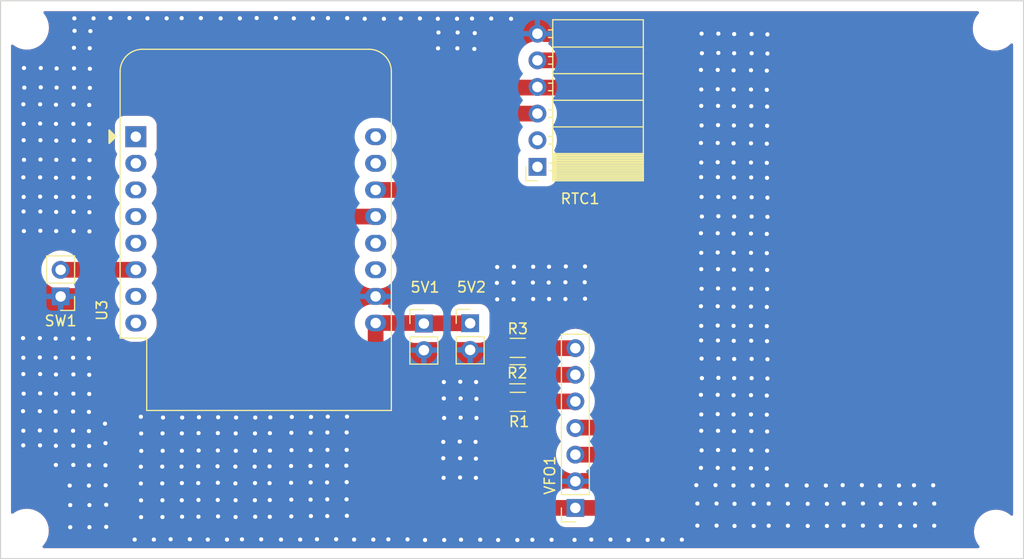
<source format=kicad_pcb>
(kicad_pcb (version 20211014) (generator pcbnew)
  (layers (0 "F.Cu" signal) (31 "B.Cu" signal) (34 "B.Paste" user) (35 "F.Paste" user) (36 "B.SilkS" user "B.Silkscreen") (37 "F.SilkS" user "F.Silkscreen") (38 "B.Mask" user) (39 "F.Mask" user) (44 "Edge.Cuts" user))
  (net 0 "")
  (net 3 "+3V3")
  (net 4 "GND")
  (net 5 "Net-(SW1-Pad2)")
  (net 16 "Net-(R1-Pad2)")
  (net 17 "Net-(R2-Pad2)")
  (net 18 "Net-(R3-Pad2)")
  (net 19 "Net-(RTC1-Pad3)")
  (net 20 "Net-(RTC1-Pad4)")
  (net 21 "+5V")
  (footprint "Connector_PinSocket_2.54mm:PinSocket_1x07_P2.54mm_Vertical" (layer "F.Cu") (at 82.74 68.55 180)
    (fp_text reference "VFO1" (at 2.43 3.12 90) (layer "F.SilkS"))
    (fp_text value "SI5351-Module-VFO" hide)
    (pad "1" thru_hole rect locked (at 0 0 180) (size 1.7 1.7) (drill 1) (layers *.Cu *.Mask) (net 21 "+5V"))
    (pad "2" thru_hole oval locked (at 0 2.54 180) (size 1.7 1.7) (drill 1) (layers *.Cu *.Mask) (net 4 "GND"))
    (pad "3" thru_hole oval locked (at 0 5.08 180) (size 1.7 1.7) (drill 1) (layers *.Cu *.Mask) (net 20 "Net-(RTC1-Pad4)"))
    (pad "4" thru_hole oval locked (at 0 7.62 180) (size 1.7 1.7) (drill 1) (layers *.Cu *.Mask) (net 19 "Net-(RTC1-Pad3)"))
    (pad "5" thru_hole oval locked (at 0 10.16 180) (size 1.7 1.7) (drill 1) (layers *.Cu *.Mask) (net 16 "Net-(R1-Pad2)"))
    (pad "6" thru_hole oval locked (at 0 12.7 180) (size 1.7 1.7) (drill 1) (layers *.Cu *.Mask) (net 17 "Net-(R2-Pad2)"))
    (pad "7" thru_hole oval locked (at 0 15.24 180) (size 1.7 1.7) (drill 1) (layers *.Cu *.Mask) (net 18 "Net-(R3-Pad2)"))
  )
  (footprint "Module:WEMOS_D1_mini_light" (layer "F.Cu") (at 40.84086 33.132101)
    (fp_text reference "U3" (at -3.23086 16.567899 90) (layer "F.SilkS"))
    (fp_text value "WeMos_D1_mini")
    (pad "1" thru_hole rect (at 0 0) (size 2 2) (drill 1) (layers *.Cu *.Mask))
    (pad "2" thru_hole oval (at 0 2.54) (size 2 1.6) (drill 1) (layers *.Cu *.Mask))
    (pad "3" thru_hole oval (at 0 5.08) (size 2 1.6) (drill 1) (layers *.Cu *.Mask))
    (pad "4" thru_hole oval (at 0 7.62) (size 2 1.6) (drill 1) (layers *.Cu *.Mask))
    (pad "5" thru_hole oval (at 0 10.16) (size 2 1.6) (drill 1) (layers *.Cu *.Mask))
    (pad "6" thru_hole oval (at 0 12.7) (size 2 1.6) (drill 1) (layers *.Cu *.Mask) (net 5 "Net-(SW1-Pad2)"))
    (pad "7" thru_hole oval (at 0 15.24) (size 2 1.6) (drill 1) (layers *.Cu *.Mask))
    (pad "8" thru_hole oval (at 0 17.78) (size 2 1.6) (drill 1) (layers *.Cu *.Mask) (net 3 "+3V3"))
    (pad "9" thru_hole oval (at 22.86 17.78) (size 2 1.6) (drill 1) (layers *.Cu *.Mask) (net 21 "+5V"))
    (pad "10" thru_hole oval (at 22.86 15.24) (size 2 1.6) (drill 1) (layers *.Cu *.Mask) (net 4 "GND"))
    (pad "11" thru_hole oval (at 22.86 12.7) (size 2 1.6) (drill 1) (layers *.Cu *.Mask))
    (pad "12" thru_hole oval (at 22.86 10.16) (size 2 1.6) (drill 1) (layers *.Cu *.Mask))
    (pad "13" thru_hole oval (at 22.86 7.62) (size 2 1.6) (drill 1) (layers *.Cu *.Mask) (net 20 "Net-(RTC1-Pad4)"))
    (pad "14" thru_hole oval (at 22.86 5.08) (size 2 1.6) (drill 1) (layers *.Cu *.Mask) (net 19 "Net-(RTC1-Pad3)"))
    (pad "15" thru_hole oval (at 22.86 2.54) (size 2 1.6) (drill 1) (layers *.Cu *.Mask))
    (pad "16" thru_hole oval (at 22.86 0) (size 2 1.6) (drill 1) (layers *.Cu *.Mask))
  )
  (footprint "Connector_PinHeader_2.54mm:PinHeader_1x02_P2.54mm_Vertical" (layer "F.Cu") (at 72.71 50.935)
    (fp_text reference "5V2" (at 0.1248 -3.44822) (layer "F.SilkS"))
    (fp_text value "5V" hide)
    (pad "1" thru_hole rect locked (at 0 0) (size 1.7 1.7) (drill 1) (layers *.Cu *.Mask) (net 21 "+5V"))
    (pad "2" thru_hole oval locked (at 0 2.54) (size 1.7 1.7) (drill 1) (layers *.Cu *.Mask) (net 4 "GND"))
  )
  (footprint "Connector_PinSocket_2.54mm:PinSocket_1x06_P2.54mm_Horizontal" (layer "F.Cu") (at 79.126 36.008019 180)
    (fp_text reference "RTC1" (at -4.064 -3.048) (layer "F.SilkS"))
    (fp_text value "RTC_DS3231_Inverted" hide)
    (pad "1" thru_hole rect locked (at 0 0 180) (size 1.7 1.7) (drill 1) (layers *.Cu *.Mask))
    (pad "2" thru_hole oval locked (at 0 2.54 180) (size 1.7 1.7) (drill 1) (layers *.Cu *.Mask))
    (pad "3" thru_hole oval locked (at 0 5.08 180) (size 1.7 1.7) (drill 1) (layers *.Cu *.Mask) (net 19 "Net-(RTC1-Pad3)"))
    (pad "4" thru_hole oval locked (at 0 7.62 180) (size 1.7 1.7) (drill 1) (layers *.Cu *.Mask) (net 20 "Net-(RTC1-Pad4)"))
    (pad "5" thru_hole oval locked (at 0 10.16 180) (size 1.7 1.7) (drill 1) (layers *.Cu *.Mask) (net 21 "+5V"))
    (pad "6" thru_hole oval locked (at 0 12.7 180) (size 1.7 1.7) (drill 1) (layers *.Cu *.Mask) (net 4 "GND"))
  )
  (footprint "Connector_PinHeader_2.54mm:PinHeader_1x02_P2.54mm_Vertical" (layer "F.Cu") (at 33.674 48.374981 180)
    (fp_text reference "SW1" (at 0 -2.33) (layer "F.SilkS"))
    (fp_text value "SW_SPST")
    (pad "1" thru_hole rect locked (at 0 0 180) (size 1.7 1.7) (drill 1) (layers *.Cu *.Mask) (net 4 "GND"))
    (pad "2" thru_hole oval locked (at 0 2.54 180) (size 1.7 1.7) (drill 1) (layers *.Cu *.Mask) (net 5 "Net-(SW1-Pad2)"))
  )
  (footprint "Connector_PinHeader_2.54mm:PinHeader_1x02_P2.54mm_Vertical" (layer "F.Cu") (at 68.298 50.957901)
    (fp_text reference "5V1" (at 0.1121 -3.46092 180) (layer "F.SilkS"))
    (fp_text value "5V" hide)
    (pad "1" thru_hole rect locked (at 0 0) (size 1.7 1.7) (drill 1) (layers *.Cu *.Mask) (net 21 "+5V"))
    (pad "2" thru_hole oval locked (at 0 2.54) (size 1.7 1.7) (drill 1) (layers *.Cu *.Mask) (net 4 "GND"))
  )
  (footprint "MountingHole:MountingHole_2.2mm_M2" (layer "F.Cu") (at 122.72 22.82)
    (fp_text reference "H2" hide)
    (fp_text value "MountingHole" hide)
    (pad "" np_thru_hole circle (at 0 0) (size 2.2 2.2) (drill 2.2) (layers *.Cu *.Mask))
  )
  (footprint "MountingHole:MountingHole_2.2mm_M2" (layer "F.Cu") (at 30.45 70.73)
    (fp_text reference "H3" hide)
    (fp_text value "MountingHole" hide)
    (pad "" np_thru_hole circle (at 0 0) (size 2.2 2.2) (drill 2.2) (layers *.Cu *.Mask))
  )
  (footprint "Resistor_SMD:R_1206_3216Metric_Pad1.30x1.75mm_HandSolder" (layer "F.Cu") (at 77.22 55.8)
    (fp_text reference "R2" (at -0.01 -0.12) (layer "F.SilkS"))
    (fp_text value "2.2k" hide)
    (pad "1" smd roundrect (at -1.55 0) (size 1.3 1.75) (layers "F.Cu" "F.Paste" "F.Mask") (roundrect_rratio 0.1923076923) (net 4 "GND"))
    (pad "2" smd roundrect (at 1.55 0) (size 1.3 1.75) (layers "F.Cu" "F.Paste" "F.Mask") (roundrect_rratio 0.1923076923) (net 17 "Net-(R2-Pad2)"))
  )
  (footprint "Resistor_SMD:R_1206_3216Metric_Pad1.30x1.75mm_HandSolder" (layer "F.Cu") (at 77.26 58.43)
    (fp_text reference "R1" (at 0.12 1.9) (layer "F.SilkS"))
    (fp_text value "2.2k" hide)
    (pad "1" smd roundrect (at -1.55 0) (size 1.3 1.75) (layers "F.Cu" "F.Paste" "F.Mask") (roundrect_rratio 0.1923076923) (net 4 "GND"))
    (pad "2" smd roundrect (at 1.55 0) (size 1.3 1.75) (layers "F.Cu" "F.Paste" "F.Mask") (roundrect_rratio 0.1923076923) (net 16 "Net-(R1-Pad2)"))
  )
  (footprint "Resistor_SMD:R_1206_3216Metric_Pad1.30x1.75mm_HandSolder" (layer "F.Cu") (at 77.25 53.28)
    (fp_text reference "R3" (at 0 -1.82) (layer "F.SilkS"))
    (fp_text value "2.2k" hide)
    (pad "1" smd roundrect (at -1.55 0) (size 1.3 1.75) (layers "F.Cu" "F.Paste" "F.Mask") (roundrect_rratio 0.1923076923) (net 4 "GND"))
    (pad "2" smd roundrect (at 1.55 0) (size 1.3 1.75) (layers "F.Cu" "F.Paste" "F.Mask") (roundrect_rratio 0.1923076923) (net 18 "Net-(R3-Pad2)"))
  )
  (footprint "MountingHole:MountingHole_2.2mm_M2" (layer "F.Cu") (at 30.46 22.73)
    (fp_text reference "H1" hide)
    (fp_text value "MountingHole" hide)
    (pad "" np_thru_hole circle (at 0 0) (size 2.2 2.2) (drill 2.2) (layers *.Cu *.Mask))
  )
  (footprint "MountingHole:MountingHole_2.2mm_M2" (layer "F.Cu") (at 122.84 70.82)
    (fp_text reference "H4" hide)
    (fp_text value "MountingHole" hide)
    (pad "" np_thru_hole circle (at 0 0) (size 2.2 2.2) (drill 2.2) (layers *.Cu *.Mask))
  )
  (gr_rect (start 27.944 20.164981) (end 125.464 73.384981) (layer "Edge.Cuts") (width 0.1) (fill none))
  (segment (start 72.71 53.475) (end 68.320901 53.475) (width 1.5) (layer "F.Cu") (net 4))
  (via (at 96.31 51.15) (size 0.8) (drill 0.4) (layers "F.Cu" "B.Cu") (net 4))
  (via (at 73.23 62.25) (size 0.8) (drill 0.4) (layers "F.Cu" "B.Cu") (net 4))
  (via (at 46.79 64.58) (size 0.8) (drill 0.4) (layers "F.Cu" "B.Cu") (net 4))
  (via (at 50.4 59.93) (size 0.8) (drill 0.4) (layers "F.Cu" "B.Cu") (net 4))
  (via (at 34.94 24.65) (size 0.8) (drill 0.4) (layers "F.Cu" "B.Cu") (net 4))
  (via (at 31.71 62.58) (size 0.8) (drill 0.4) (layers "F.Cu" "B.Cu") (net 4))
  (via (at 97.82 35.6) (size 0.8) (drill 0.4) (layers "F.Cu" "B.Cu") (net 4))
  (via (at 45.22 67.82) (size 0.8) (drill 0.4) (layers "F.Cu" "B.Cu") (net 4))
  (via (at 55.67 61.38) (size 0.8) (drill 0.4) (layers "F.Cu" "B.Cu") (net 4))
  (via (at 99.48 42.37) (size 0.8) (drill 0.4) (layers "F.Cu" "B.Cu") (net 4))
  (via (at 101.05 38.95) (size 0.8) (drill 0.4) (layers "F.Cu" "B.Cu") (net 4))
  (via (at 101.01 52.64) (size 0.8) (drill 0.4) (layers "F.Cu" "B.Cu") (net 4))
  (via (at 75.29 45.57) (size 0.8) (drill 0.4) (layers "F.Cu" "B.Cu") (net 4))
  (via (at 94.74 30.19) (size 0.8) (drill 0.4) (layers "F.Cu" "B.Cu") (net 4))
  (via (at 43.36 64.61) (size 0.8) (drill 0.4) (layers "F.Cu" "B.Cu") (net 4))
  (via (at 30.12 30.04) (size 0.8) (drill 0.4) (layers "F.Cu" "B.Cu") (net 4))
  (via (at 99.51 63.06) (size 0.8) (drill 0.4) (layers "F.Cu" "B.Cu") (net 4))
  (via (at 31.75 35.31) (size 0.8) (drill 0.4) (layers "F.Cu" "B.Cu") (net 4))
  (via (at 94.74 28.63) (size 0.8) (drill 0.4) (layers "F.Cu" "B.Cu") (net 4))
  (via (at 30.11 62.58) (size 0.8) (drill 0.4) (layers "F.Cu" "B.Cu") (net 4))
  (via (at 59.16 21.82) (size 0.8) (drill 0.4) (layers "F.Cu" "B.Cu") (net 4))
  (via (at 97.84 37.03) (size 0.8) (drill 0.4) (layers "F.Cu" "B.Cu") (net 4))
  (via (at 64.49 21.88) (size 0.8) (drill 0.4) (layers "F.Cu" "B.Cu") (net 4))
  (via (at 96.34 30.19) (size 0.8) (drill 0.4) (layers "F.Cu" "B.Cu") (net 4))
  (via (at 34.92 33.5) (size 0.8) (drill 0.4) (layers "F.Cu" "B.Cu") (net 4))
  (via (at 30.15 31.91) (size 0.8) (drill 0.4) (layers "F.Cu" "B.Cu") (net 4))
  (via (at 36.37 66.42) (size 0.8) (drill 0.4) (layers "F.Cu" "B.Cu") (net 4))
  (via (at 78.69 47.05) (size 0.8) (drill 0.4) (layers "F.Cu" "B.Cu") (net 4))
  (via (at 73.67 71.58) (size 0.8) (drill 0.4) (layers "F.Cu" "B.Cu") (net 4))
  (via (at 76.89 45.54) (size 0.8) (drill 0.4) (layers "F.Cu" "B.Cu") (net 4))
  (via (at 69.63 21.88) (size 0.8) (drill 0.4) (layers "F.Cu" "B.Cu") (net 4))
  (via (at 97.82 49.35) (size 0.8) (drill 0.4) (layers "F.Cu" "B.Cu") (net 4))
  (via (at 36.39 62.65) (size 0.8) (drill 0.4) (layers "F.Cu" "B.Cu") (net 4))
  (via (at 36.51 23.06) (size 0.8) (drill 0.4) (layers "F.Cu" "B.Cu") (net 4))
  (via (at 76.61 21.88) (size 0.8) (drill 0.4) (layers "F.Cu" "B.Cu") (net 4))
  (via (at 96.33 36.99) (size 0.8) (drill 0.4) (layers "F.Cu" "B.Cu") (net 4))
  (via (at 108.32 68.13) (size 0.8) (drill 0.4) (layers "F.Cu" "B.Cu") (net 4))
  (via (at 100.99 35.63) (size 0.8) (drill 0.4) (layers "F.Cu" "B.Cu") (net 4))
  (via (at 101.02 30.26) (size 0.8) (drill 0.4) (layers "F.Cu" "B.Cu") (net 4))
  (via (at 36.42 40.34) (size 0.8) (drill 0.4) (layers "F.Cu" "B.Cu") (net 4))
  (via (at 99.48 44.21) (size 0.8) (drill 0.4) (layers "F.Cu" "B.Cu") (net 4))
  (via (at 34.86 61.19) (size 0.8) (drill 0.4) (layers "F.Cu" "B.Cu") (net 4))
  (via (at 48.66 61.41) (size 0.8) (drill 0.4) (layers "F.Cu" "B.Cu") (net 4))
  (via (at 71.8 59.94) (size 0.8) (drill 0.4) (layers "F.Cu" "B.Cu") (net 4))
  (via (at 101.05 25.2) (size 0.8) (drill 0.4) (layers "F.Cu" "B.Cu") (net 4))
  (via (at 57.54 59.87) (size 0.8) (drill 0.4) (layers "F.Cu" "B.Cu") (net 4))
  (via (at 97.85 30.23) (size 0.8) (drill 0.4) (layers "F.Cu" "B.Cu") (net 4))
  (via (at 30.12 61.19) (size 0.8) (drill 0.4) (layers "F.Cu" "B.Cu") (net 4))
  (via (at 57.51 61.38) (size 0.8) (drill 0.4) (layers "F.Cu" "B.Cu") (net 4))
  (via (at 30.09 52.35) (size 0.8) (drill 0.4) (layers "F.Cu" "B.Cu") (net 4))
  (via (at 94.71 26.76) (size 0.8) (drill 0.4) (layers "F.Cu" "B.Cu") (net 4))
  (via (at 99.54 40.75) (size 0.8) (drill 0.4) (layers "F.Cu" "B.Cu") (net 4))
  (via (at 71.84 71.58) (size 0.8) (drill 0.4) (layers "F.Cu" "B.Cu") (net 4))
  (via (at 60.93 67.73) (size 0.8) (drill 0.4) (layers "F.Cu" "B.Cu") (net 4))
  (via (at 97.82 33.77) (size 0.8) (drill 0.4) (layers "F.Cu" "B.Cu") (net 4))
  (via (at 96.34 47.61) (size 0.8) (drill 0.4) (layers "F.Cu" "B.Cu") (net 4))
  (via (at 62.66 21.88) (size 0.8) (drill 0.4) (layers "F.Cu" "B.Cu") (net 4))
  (via (at 97.88 56.17) (size 0.8) (drill 0.4) (layers "F.Cu" "B.Cu") (net 4))
  (via (at 43.38 67.82) (size 0.8) (drill 0.4) (layers "F.Cu" "B.Cu") (net 4))
  (via (at 52.17 64.61) (size 0.8) (drill 0.4) (layers "F.Cu" "B.Cu") (net 4))
  (via (at 50.33 64.61) (size 0.8) (drill 0.4) (layers "F.Cu" "B.Cu") (net 4))
  (via (at 49.53 71.57) (size 0.8) (drill 0.4) (layers "F.Cu" "B.Cu") (net 4))
  (via (at 96.31 35.57) (size 0.8) (drill 0.4) (layers "F.Cu" "B.Cu") (net 4))
  (via (at 38.02 68.25) (size 0.8) (drill 0.4) (layers "F.Cu" "B.Cu") (net 4))
  (via (at 108.22 66.38) (size 0.8) (drill 0.4) (layers "F.Cu" "B.Cu") (net 4))
  (via (at 94.74 45.77) (size 0.8) (drill 0.4) (layers "F.Cu" "B.Cu") (net 4))
  (via (at 97.82 64.77) (size 0.8) (drill 0.4) (layers "F.Cu" "B.Cu") (net 4))
  (via (at 59.14 59.84) (size 0.8) (drill 0.4) (layers "F.Cu" "B.Cu") (net 4))
  (via (at 96.1 66.38) (size 0.8) (drill 0.4) (layers "F.Cu" "B.Cu") (net 4))
  (via (at 46.83 63.07) (size 0.8) (drill 0.4) (layers "F.Cu" "B.Cu") (net 4))
  (via (at 53.61 67.8) (size 0.8) (drill 0.4) (layers "F.Cu" "B.Cu") (net 4))
  (via (at 101.02 63.09) (size 0.8) (drill 0.4) (layers "F.Cu" "B.Cu") (net 4))
  (via (at 111.76 66.41) (size 0.8) (drill 0.4) (layers "F.Cu" "B.Cu") (net 4))
  (via (at 55.9 21.84) (size 0.8) (drill 0.4) (layers "F.Cu" "B.Cu") (net 4))
  (via (at 100.99 59.66) (size 0.8) (drill 0.4) (layers "F.Cu" "B.Cu") (net 4))
  (via (at 100.99 44.24) (size 0.8) (drill 0.4) (layers "F.Cu" "B.Cu") (net 4))
  (via (at 33.23 31.91) (size 0.8) (drill 0.4) (layers "F.Cu" "B.Cu") (net 4))
  (via (at 40.24 21.81) (size 0.8) (drill 0.4) (layers "F.Cu" "B.Cu") (net 4))
  (via (at 99.5 37.02) (size 0.8) (drill 0.4) (layers "F.Cu" "B.Cu") (net 4))
  (via (at 42.56 71.57) (size 0.8) (drill 0.4) (layers "F.Cu" "B.Cu") (net 4))
  (via (at 31.72 37.01) (size 0.8) (drill 0.4) (layers "F.Cu" "B.Cu") (net 4))
  (via (at 45.23 61.44) (size 0.8) (drill 0.4) (layers "F.Cu" "B.Cu") (net 4))
  (via (at 52.2 61.44) (size 0.8) (drill 0.4) (layers "F.Cu" "B.Cu") (net 4))
  (via (at 60.94 63.01) (size 0.8) (drill 0.4) (layers "F.Cu" "B.Cu") (net 4))
  (via (at 96.31 49.31) (size 0.8) (drill 0.4) (layers "F.Cu" "B.Cu") (net 4))
  (via (at 57.51 66.12) (size 0.8) (drill 0.4) (layers "F.Cu" "B.Cu") (net 4))
  (via (at 80.23 45.54) (size 0.8) (drill 0.4) (layers "F.Cu" "B.Cu") (net 4))
  (via (at 31.75 33.47) (size 0.8) (drill 0.4) (layers "F.Cu" "B.Cu") (net 4))
  (via (at 34.89 30.07) (size 0.8) (drill 0.4) (layers "F.Cu" "B.Cu") (net 4))
  (via (at 52.2 63.1) (size 0.8) (drill 0.4) (layers "F.Cu" "B.Cu") (net 4))
  (via (at 59.1 61.35) (size 0.8) (drill 0.4) (layers "F.Cu" "B.Cu") (net 4))
  (via (at 96.31 26.76) (size 0.8) (drill 0.4) (layers "F.Cu" "B.Cu") (net 4))
  (via (at 33.29 28.45) (size 0.8) (drill 0.4) (layers "F.Cu" "B.Cu") (net 4))
  (via (at 66.09 21.85) (size 0.8) (drill 0.4) (layers "F.Cu" "B.Cu") (net 4))
  (via (at 115.12 68.14) (size 0.8) (drill 0.4) (layers "F.Cu" "B.Cu") (net 4))
  (via (at 48.66 66.15) (size 0.8) (drill 0.4) (layers "F.Cu" "B.Cu") (net 4))
  (via (at 30.09 59.32) (size 0.8) (drill 0.4) (layers "F.Cu" "B.Cu") (net 4))
  (via (at 97.85 32.06) (size 0.8) (drill 0.4) (layers "F.Cu" "B.Cu") (net 4))
  (via (at 83.66 45.51) (size 0.8) (drill 0.4) (layers "F.Cu" "B.Cu") (net 4))
  (via (at 99.54 25.17) (size 0.8) (drill 0.4) (layers "F.Cu" "B.Cu") (net 4))
  (via (at 36.45 24.69) (size 0.8) (drill 0.4) (layers "F.Cu" "B.Cu") (net 4))
  (via (at 73.31 59.97) (size 0.8) (drill 0.4) (layers "F.Cu" "B.Cu") (net 4))
  (via (at 99.48 57.79) (size 0.8) (drill 0.4) (layers "F.Cu" "B.Cu") (net 4))
  (via (at 96.31 33.73) (size 0.8) (drill 0.4) (layers "F.Cu" "B.Cu") (net 4))
  (via (at 83.63 47.02) (size 0.8) (drill 0.4) (layers "F.Cu" "B.Cu") (net 4))
  (via (at 36.4 55.85) (size 0.8) (drill 0.4) (layers "F.Cu" "B.Cu") (net 4))
  (via (at 30.14 40.27) (size 0.8) (drill 0.4) (layers "F.Cu" "B.Cu") (net 4))
  (via (at 37.9 60.51) (size 0.8) (drill 0.4) (layers "F.Cu" "B.Cu") (net 4))
  (via (at 100.99 42.41) (size 0.8) (drill 0.4) (layers "F.Cu" "B.Cu") (net 4))
  (via (at 100.99 33.8) (size 0.8) (drill 0.4) (layers "F.Cu" "B.Cu") (net 4))
  (via (at 96.31 64.73) (size 0.8) (drill 0.4) (layers "F.Cu" "B.Cu") (net 4))
  (via (at 66.74 71.55) (size 0.8) (drill 0.4) (layers "F.Cu" "B.Cu") (net 4))
  (via (at 45.26 59.93) (size 0.8) (drill 0.4) (layers "F.Cu" "B.Cu") (net 4))
  (via (at 74.72 21.86) (size 0.8) (drill 0.4) (layers "F.Cu" "B.Cu") (net 4))
  (via (at 54.68 71.57) (size 0.8) (drill 0.4) (layers "F.Cu" "B.Cu") (net 4))
  (via (at 57.73 21.84) (size 0.8) (drill 0.4) (layers "F.Cu" "B.Cu") (net 4))
  (via (at 96.37 54.3) (size 0.8) (drill 0.4) (layers "F.Cu" "B.Cu") (net 4))
  (via (at 69.69 23.19) (size 0.8) (drill 0.4) (layers "F.Cu" "B.Cu") (net 4))
  (via (at 78.72 48.62) (size 0.8) (drill 0.4) (layers "F.Cu" "B.Cu") (net 4))
  (via (at 55.64 64.55) (size 0.8) (drill 0.4) (layers "F.Cu" "B.Cu") (net 4))
  (via (at 94.71 42.34) (size 0.8) (drill 0.4) (layers "F.Cu" "B.Cu") (net 4))
  (via (at 55.71 59.87) (size 0.8) (drill 0.4) (layers "F.Cu" "B.Cu") (net 4))
  (via (at 99.48 33.76) (size 0.8) (drill 0.4) (layers "F.Cu" "B.Cu") (net 4))
  (via (at 116.85 66.39) (size 0.8) (drill 0.4) (layers "F.Cu" "B.Cu") (net 4))
  (via (at 33.2 61.19) (size 0.8) (drill 0.4) (layers "F.Cu" "B.Cu") (net 4))
  (via (at 59.11 63.01) (size 0.8) (drill 0.4) (layers "F.Cu" "B.Cu") (net 4))
  (via (at 99.48 28.63) (size 0.8) (drill 0.4) (layers "F.Cu" "B.Cu") (net 4))
  (via (at 81.83 45.51) (size 0.8) (drill 0.4) (layers "F.Cu" "B.Cu") (net 4))
  (via (at 101.02 61.26) (size 0.8) (drill 0.4) (layers "F.Cu" "B.Cu") (net 4))
  (via (at 43.38 69.42) (size 0.8) (drill 0.4) (layers "F.Cu" "B.Cu") (net 4))
  (via (at 34.89 57.65) (size 0.8) (drill 0.4) (layers "F.Cu" "B.Cu") (net 4))
  (via (at 36.42 42.17) (size 0.8) (drill 0.4) (layers "F.Cu" "B.Cu") (net 4))
  (via (at 96.31 28.6) (size 0.8) (drill 0.4) (layers "F.Cu" "B.Cu") (net 4))
  (via (at 60.94 61.35) (size 0.8) (drill 0.4) (layers "F.Cu" "B.Cu") (net 4))
  (via (at 103 68.14) (size 0.8) (drill 0.4) (layers "F.Cu" "B.Cu") (net 4))
  (via (at 31.72 31.88) (size 0.8) (drill 0.4) (layers "F.Cu" "B.Cu") (net 4))
  (via (at 101.05 54.37) (size 0.8) (drill 0.4) (layers "F.Cu" "B.Cu") (net 4))
  (via (at 57.53 69.33) (size 0.8) (drill 0.4) (layers "F.Cu" "B.Cu") (net 4))
  (via (at 71.72 62.22) (size 0.8) (drill 0.4) (layers "F.Cu" "B.Cu") (net 4))
  (via (at 36.4 57.68) (size 0.8) (drill 0.4) (layers "F.Cu" "B.Cu") (net 4))
  (via (at 34.88 62.61) (size 0.8) (drill 0.4) (layers "F.Cu" "B.Cu") (net 4))
  (via (at 36.37 54.25) (size 0.8) (drill 0.4) (layers "F.Cu" "B.Cu") (net 4))
  (via (at 99.51 32.06) (size 0.8) (drill 0.4) (layers "F.Cu" "B.Cu") (net 4))
  (via (at 43.78 21.84) (size 0.8) (drill 0.4) (layers "F.Cu" "B.Cu") (net 4))
  (via (at 97.82 59.63) (size 0.8) (drill 0.4) (layers "F.Cu" "B.Cu") (net 4))
  (via (at 100.99 49.38) (size 0.8) (drill 0.4) (layers "F.Cu" "B.Cu") (net 4))
  (via (at 41.34 67.83) (size 0.8) (drill 0.4) (layers "F.Cu" "B.Cu") (net 4))
  (via (at 94.77 63.06) (size 0.8) (drill 0.4) (layers "F.Cu" "B.Cu") (net 4))
  (via (at 89.63 71.6) (size 0.8) (drill 0.4) (layers "F.Cu" "B.Cu") (net 4))
  (via (at 73.26 65.68) (size 0.8) (drill 0.4) (layers "F.Cu" "B.Cu") (net 4))
  (via (at 33.29 26.62) (size 0.8) (drill 0.4) (layers "F.Cu" "B.Cu") (net 4))
  (via (at 96.37 40.72) (size 0.8) (drill 0.4) (layers "F.Cu" "B.Cu") (net 4))
  (via (at 101.02 45.84) (size 0.8) (drill 0.4) (layers "F.Cu" "B.Cu") (net 4))
  (via (at 46.86 59.9) (size 0.8) (drill 0.4) (layers "F.Cu" "B.Cu") (net 4))
  (via (at 30.12 55.78) (size 0.8) (drill 0.4) (layers "F.Cu" "B.Cu") (net 4))
  (via (at 31.74 40.27) (size 0.8) (drill 0.4) (layers "F.Cu" "B.Cu") (net 4))
  (via (at 99.48 49.34) (size 0.8) (drill 0.4) (layers "F.Cu" "B.Cu") (net 4))
  (via (at 59.07 66.12) (size 0.8) (drill 0.4) (layers "F.Cu" "B.Cu") (net 4))
  (via (at 97.85 63.06) (size 0.8) (drill 0.4) (layers "F.Cu" "B.Cu") (net 4))
  (via (at 34.86 59.35) (size 0.8) (drill 0.4) (layers "F.Cu" "B.Cu") (net 4))
  (via (at 34.86 52.38) (size 0.8) (drill 0.4) (layers "F.Cu" "B.Cu") (net 4))
  (via (at 53.59 64.59) (size 0.8) (drill 0.4) (layers "F.Cu" "B.Cu") (net 4))
  (via (at 69.65 24.7) (size 0.8) (drill 0.4) (layers "F.Cu" "B.Cu") (net 4))
  (via (at 101.02 47.67) (size 0.8) (drill 0.4) (layers "F.Cu" "B.Cu") (net 4))
  (via (at 31.72 30.04) (size 0.8) (drill 0.4) (layers "F.Cu" "B.Cu") (net 4))
  (via (at 33.23 30.08) (size 0.8) (drill 0.4) (layers "F.Cu" "B.Cu") (net 4))
  (via (at 71.77 56.51) (size 0.8) (drill 0.4) (layers "F.Cu" "B.Cu") (net 4))
  (via (at 31.69 52.35) (size 0.8) (drill 0.4) (layers "F.Cu" "B.Cu") (net 4))
  (via (at 43.4 63.1) (size 0.8) (drill 0.4) (layers "F.Cu" "B.Cu") (net 4))
  (via (at 50.35 67.82) (size 0.8) (drill 0.4) (layers "F.Cu" "B.Cu") (net 4))
  (via (at 96.2 70.24) (size 0.8) (drill 0.4) (layers "F.Cu" "B.Cu") (net 4))
  (via (at 97.88 25.17) (size 0.8) (drill 0.4) (layers "F.Cu" "B.Cu") (net 4))
  (via (at 63.48 71.57) (size 0.8) (drill 0.4) (layers "F.Cu" "B.Cu") (net 4))
  (via (at 34.89 55.81) (size 0.8) (drill 0.4) (layers "F.Cu" "B.Cu") (net 4))
  (via (at 83.66 48.59) (size 0.8) (drill 0.4) (layers "F.Cu" "B.Cu") (net 4))
  (via (at 45.23 63.1) (size 0.8) (drill 0.4) (layers "F.Cu" "B.Cu") (net 4))
  (via (at 97.88 23.34) (size 0.8) (drill 0.4) (layers "F.Cu" "B.Cu") (net 4))
  (via (at 45.25 69.39) (size 0.8) (drill 0.4) (layers "F.Cu" "B.Cu") (net 4))
  (via (at 76.85 48.65) (size 0.8) (drill 0.4) (layers "F.Cu" "B.Cu") (net 4))
  (via (at 100.99 26.83) (size 0.8) (drill 0.4) (layers "F.Cu" "B.Cu") (net 4))
  (via (at 94.71 64.73) (size 0.8) (drill 0.4) (layers "F.Cu" "B.Cu") (net 4))
  (via (at 41.36 63.11) (size 0.8) (drill 0.4) (layers "F.Cu" "B.Cu") (net 4))
  (via (at 50.37 63.1) (size 0.8) (drill 0.4) (layers "F.Cu" "B.Cu") (net 4))
  (via (at 101.17 68.14) (size 0.8) (drill 0.4) (layers "F.Cu" "B.Cu") (net 4))
  (via (at 94.27 66.38) (size 0.8) (drill 0.4) (layers "F.Cu" "B.Cu") (net 4))
  (via (at 94.71 57.76) (size 0.8) (drill 0.4) (layers "F.Cu" "B.Cu") (net 4))
  (via (at 36.43 35.37) (size 0.8) (drill 0.4) (layers "F.Cu" "B.Cu") (net 4))
  (via (at 104.89 70.27) (size 0.8) (drill 0.4) (layers "F.Cu" "B.Cu") (net 4))
  (via (at 30.15 38.88) (size 0.8) (drill 0.4) (layers "F.Cu" "B.Cu") (net 4))
  (via (at 45.2 64.61) (size 0.8) (drill 0.4) (layers "F.Cu" "B.Cu") (net 4))
  (via (at 71.52 23.19) (size 0.8) (drill 0.4) (layers "F.Cu" "B.Cu") (net 4))
  (via (at 38.41 21.81) (size 0.8) (drill 0.4) (layers "F.Cu" "B.Cu") (net 4))
  (via (at 97.84 52.61) (size 0.8) (drill 0.4) (layers "F.Cu" "B.Cu") (net 4))
  (via (at 99.48 35.6) (size 0.8) (drill 0.4) (layers "F.Cu" "B.Cu") (net 4))
  (via (at 91.06 71.58) (size 0.8) (drill 0.4) (layers "F.Cu" "B.Cu") (net 4))
  (via (at 116.95 70.25) (size 0.8) (drill 0.4) (layers "F.Cu" "B.Cu") (net 4))
  (via (at 48.93 21.84) (size 0.8) (drill 0.4) (layers "F.Cu" "B.Cu") (net 4))
  (via (at 33.23 37.05) (size 0.8) (drill 0.4) (layers "F.Cu" "B.Cu") (net 4))
  (via (at 108.32 70.24) (size 0.8) (drill 0.4) (layers "F.Cu" "B.Cu") (net 4))
  (via (at 97.88 38.92) (size 0.8) (drill 0.4) (layers "F.Cu" "B.Cu") (net 4))
  (via (at 92.89 71.58) (size 0.8) (drill 0.4) (layers "F.Cu" "B.Cu") (net 4))
  (via (at 97.91 70.27) (size 0.8) (drill 0.4) (layers "F.Cu" "B.Cu") (net 4))
  (via (at 36.46 26.65) (size 0.8) (drill 0.4) (layers "F.Cu" "B.Cu") (net 4))
  (via (at 80.2 47.05) (size 0.8) (drill 0.4) (layers "F.Cu" "B.Cu") (net 4))
  (via (at 97.81 66.41) (size 0.8) (drill 0.4) (layers "F.Cu" "B.Cu") (net 4))
  (via (at 36.37 52.42) (size 0.8) (drill 0.4) (layers "F.Cu" "B.Cu") (net 4))
  (via (at 97.82 26.8) (size 0.8) (drill 0.4) (layers "F.Cu" "B.Cu") (net 4))
  (via (at 99.51 45.8) (size 0.8) (drill 0.4) (layers "F.Cu" "B.Cu") (net 4))
  (via (at 103 70.25) (size 0.8) (drill 0.4) (layers "F.Cu" "B.Cu") (net 4))
  (via (at 71.75 65.65) (size 0.8) (drill 0.4) (layers "F.Cu" "B.Cu") (net 4))
  (via (at 50.35 69.42) (size 0.8) (drill 0.4) (layers "F.Cu" "B.Cu") (net 4))
  (via (at 36.39 64.48) (size 0.8) (drill 0.4) (layers "F.Cu" "B.Cu") (net 4))
  (via (at 34.88 64.45) (size 0.8) (drill 0.4) (layers "F.Cu" "B.Cu") (net 4))
  (via (at 73.26 63.85) (size 0.8) (drill 0.4) (layers "F.Cu" "B.Cu") (net 4))
  (via (at 87.8 71.6) (size 0.8) (drill 0.4) (layers "F.Cu" "B.Cu") (net 4))
  (via (at 31.72 38.85) (size 0.8) (drill 0.4) (layers "F.Cu" "B.Cu") (net 4))
  (via (at 73.28 56.54) (size 0.8) (drill 0.4) (layers "F.Cu" "B.Cu") (net 4))
  (via (at 47.04 21.82) (size 0.8) (drill 0.4) (layers "F.Cu" "B.Cu") (net 4))
  (via (at 45.23 66.18) (size 0.8) (drill 0.4) (layers "F.Cu" "B.Cu") (net 4))
  (via (at 94.74 59.63) (size 0.8) (drill 0.4) (layers "F.Cu" "B.Cu") (net 4))
  (via (at 80.47 71.59) (size 0.8) (drill 0.4) (layers "F.Cu" "B.Cu") (net 4))
  (via (at 97.85 45.81) (size 0.8) (drill 0.4) (layers "F.Cu" "B.Cu") (net 4))
  (via (at 96.34 45.77) (size 0.8) (drill 0.4) (layers "F.Cu" "B.Cu") (net 4))
  (via (at 94.77 54.3) (size 0.8) (drill 0.4) (layers "F.Cu" "B.Cu") (net 4))
  (via (at 53.61 69.4) (size 0.8) (drill 0.4) (layers "F.Cu" "B.Cu") (net 4))
  (via (at 33.23 57.65) (size 0.8) (drill 0.4) (layers "F.Cu" "B.Cu") (net 4))
  (via (at 46.79 66.18) (size 0.8) (drill 0.4) (layers "F.Cu" "B.Cu") (net 4))
  (via (at 31.69 61.16) (size 0.8) (drill 0.4) (layers "F.Cu" "B.Cu") (net 4))
  (via (at 99.48 64.76) (size 0.8) (drill 0.4) (layers "F.Cu" "B.Cu") (net 4))
  (via (at 59.09 69.33) (size 0.8) (drill 0.4) (layers "F.Cu" "B.Cu") (net 4))
  (via (at 30.12 37.01) (size 0.8) (drill 0.4) (layers "F.Cu" "B.Cu") (net 4))
  (via (at 57.51 63.04) (size 0.8) (drill 0.4) (layers "F.Cu" "B.Cu") (net 4))
  (via (at 94.77 32.06) (size 0.8) (drill 0.4) (layers "F.Cu" "B.Cu") (net 4))
  (via (at 53.63 63.08) (size 0.8) (drill 0.4) (layers "F.Cu" "B.Cu") (net 4))
  (via (at 75.26 47.08) (size 0.8) (drill 0.4) (layers "F.Cu" "B.Cu") (net 4))
  (via (at 111.86 70.27) (size 0.8) (drill 0.4) (layers "F.Cu" "B.Cu") (net 4))
  (via (at 34.95 26.61) (size 0.8) (drill 0.4) (layers "F.Cu" "B.Cu") (net 4))
  (via (at 60.91 64.52) (size 0.8) (drill 0.4) (layers "F.Cu" "B.Cu") (net 4))
  (via (at 94.74 35.6) (size 0.8) (drill 0.4) (layers "F.Cu" "B.Cu") (net 4))
  (via (at 71.46 21.88) (size 0.8) (drill 0.4) (layers "F.Cu" "B.Cu") (net 4))
  (via (at 94.8 56.17) (size 0.8) (drill 0.4) (layers "F.Cu" "B.Cu") (net 4))
  (via (at 86.09 71.57) (size 0.8) (drill 0.4) (layers "F.Cu" "B.Cu") (net 4))
  (via (at 41.34 69.43) (size 0.8) (drill 0.4) (layers "F.Cu" "B.Cu") (net 4))
  (via (at 81.79 47.02) (size 0.8) (drill 0.4) (layers "F.Cu" "B.Cu") (net 4))
  (via (at 96.37 25.14) (size 0.8) (drill 0.4) (layers "F.Cu" "B.Cu") (net 4))
  (via (at 52.36 21.81) (size 0.8) (drill 0.4) (layers "F.Cu" "B.Cu") (net 4))
  (via (at 55.64 66.15) (size 0.8) (drill 0.4) (layers "F.Cu" "B.Cu") (net 4))
  (via (at 41.32 59.85) (size 0.8) (drill 0.4) (layers "F.Cu" "B.Cu") (net 4))
  (via (at 40.73 71.57) (size 0.8) (drill 0.4) (layers "F.Cu" "B.Cu") (net 4))
  (via (at 33.22 62.62) (size 0.8) (drill 0.4) (layers "F.Cu" "B.Cu") (net 4))
  (via (at 64.91 71.55) (size 0.8) (drill 0.4) (layers "F.Cu" "B.Cu") (net 4))
  (via (at 113.59 66.41) (size 0.8) (drill 0.4) (layers "F.Cu" "B.Cu") (net 4))
  (via (at 99.74 70.27) (size 0.8) (drill 0.4) (layers "F.Cu" "B.Cu") (net 4))
  (via (at 34.98 21.84) (size 0.8) (drill 0.4) (layers "F.Cu" "B.Cu") (net 4))
  (via (at 31.69 54.19) (size 0.8) (drill 0.4) (layers "F.Cu" "B.Cu") (net 4))
  (via (at 101.07 66.39) (size 0.8) (drill 0.4) (layers "F.Cu" "B.Cu") (net 4))
  (via (at 97.82 42.38) (size 0.8) (drill 0.4) (layers "F.Cu" "B.Cu") (net 4))
  (via (at 30.15 57.65) (size 0.8) (drill 0.4) (layers "F.Cu" "B.Cu") (net 4))
  (via (at 70.24 71.61) (size 0.8) (drill 0.4) (layers "F.Cu" "B.Cu") (net 4))
  (via (at 94.74 44.21) (size 0.8) (drill 0.4) (layers "F.Cu" "B.Cu") (net 4))
  (via (at 80.23 48.62) (size 0.8) (drill 0.4) (layers "F.Cu" "B.Cu") (net 4))
  (via (at 94.73 36.99) (size 0.8) (drill 0.4) (layers "F.Cu" "B.Cu") (net 4))
  (via (at 34.95 28.45) (size 0.8) (drill 0.4) (layers "F.Cu" "B.Cu") (net 4))
  (via (at 36.81 21.84) (size 0.8) (drill 0.4) (layers "F.Cu" "B.Cu") (net 4))
  (via (at 78.64 71.59) (size 0.8) (drill 0.4) (layers "F.Cu" "B.Cu") (net 4))
  (via (at 59.07 64.52) (size 0.8) (drill 0.4) (layers "F.Cu" "B.Cu") (net 4))
  (via (at 94.74 61.19) (size 0.8) (drill 0.4) (layers "F.Cu" "B.Cu") (net 4))
  (via (at 55.66 67.76) (size 0.8) (drill 0.4) (layers "F.Cu" "B.Cu") (net 4))
  (via (at 77.21 71.61) (size 0.8) (drill 0.4) (layers "F.Cu" "B.Cu") (net 4))
  (via (at 106.72 68.16) (size 0.8) (drill 0.4) (layers "F.Cu" "B.Cu") (net 4))
  (via (at 60.97 59.84) (size 0.8) (drill 0.4) (layers "F.Cu" "B.Cu") (net 4))
  (via (at 94.71 33.73) (size 0.8) (drill 0.4) (layers "F.Cu" "B.Cu") (net 4))
  (via (at 36.4 31.94) (size 0.8) (drill 0.4) (layers "F.Cu" "B.Cu") (net 4))
  (via (at 38.02 70.36) (size 0.8) (drill 0.4) (layers "F.Cu" "B.Cu") (net 4))
  (via (at 96.31 44.18) (size 0.8) (drill 0.4) (layers "F.Cu" "B.Cu") (net 4))
  (via (at 101.05 40.78) (size 0.8) (drill 0.4) (layers "F.Cu" "B.Cu") (net 4))
  (via (at 94.37 70.24) (size 0.8) (drill 0.4) (layers "F.Cu" "B.Cu") (net 4))
  (via (at 101.02 32.09) (size 0.8) (drill 0.4) (layers "F.Cu" "B.Cu") (net 4))
  (via (at 99.51 47.64) (size 0.8) (drill 0.4) (layers "F.Cu" "B.Cu") (net 4))
  (via (at 100.99 64.8) (size 0.8) (drill 0.4) (layers "F.Cu" "B.Cu") (net 4))
  (via (at 102.9 66.39) (size 0.8) (drill 0.4) (layers "F.Cu" "B.Cu") (net 4))
  (via (at 70.15 63.81) (size 0.8) (drill 0.4) (layers "F.Cu" "B.Cu") (net 4))
  (via (at 33.2 54.22) (size 0.8) (drill 0.4) (layers "F.Cu" "B.Cu") (net 4))
  (via (at 71.75 63.81) (size 0.8) (drill 0.4) (layers "F.Cu" "B.Cu") (net 4))
  (via (at 96.33 52.57) (size 0.8) (drill 0.4) (layers "F.Cu" "B.Cu") (net 4))
  (via (at 55.66 69.36) (size 0.8) (drill 0.4) (layers "F.Cu" "B.Cu") (net 4))
  (via (at 96.37 56.14) (size 0.8) (drill 0.4) (layers "F.Cu" "B.Cu") (net 4))
  (via (at 50.33 66.21) (size 0.8) (drill 0.4) (layers "F.Cu" "B.Cu") (net 4))
  (via (at 115.12 70.25) (size 0.8) (drill 0.4) (layers "F.Cu" "B.Cu") (net 4))
  (via (at 50.36 61.44) (size 0.8) (drill 0.4) (layers "F.Cu" "B.Cu") (net 4))
  (via (at 52.19 67.82) (size 0.8) (drill 0.4) (layers "F.Cu" "B.Cu") (net 4))
  (via (at 36.42 70.39) (size 0.8) (drill 0.4) (layers "F.Cu" "B.Cu") (net 4))
  (via (at 94.77 23.3) (size 0.8) (drill 0.4) (layers "F.Cu" "B.Cu") (net 4))
  (via (at 97.82 51.18) (size 0.8) (drill 0.4) (layers "F.Cu" "B.Cu") (net 4))
  (via (at 34.54 66.42) (size 0.8) (drill 0.4) (layers "F.Cu" "B.Cu") (net 4))
  (via (at 94.77 47.64) (size 0.8) (drill 0.4) (layers "F.Cu" "B.Cu") (net 4))
  (via (at 61.65 71.57) (size 0.8) (drill 0.4) (layers "F.Cu" "B.Cu") (net 4))
  (via (at 99.51 61.22) (size 0.8) (drill 0.4) (layers "F.Cu" "B.Cu") (net 4))
  (via (at 43.36 66.21) (size 0.8) (drill 0.4) (layers "F.Cu" "B.Cu") (net 4))
  (via (at 34.89 38.88) (size 0.8) (drill 0.4) (layers "F.Cu" "B.Cu") (net 4))
  (via (at 33.26 35.34) (size 0.8) (drill 0.4) (layers "F.Cu" "B.Cu") (net 4))
  (via (at 99.48 59.63) (size 0.8) (drill 0.4) (layers "F.Cu" "B.Cu") (net 4))
  (via (at 94.77 38.88) (size 0.8) (drill 0.4) (layers "F.Cu" "B.Cu") (net 4))
  (via (at 94.8 40.75) (size 0.8) (drill 0.4) (layers "F.Cu" "B.Cu") (net 4))
  (via (at 99.5 52.6) (size 0.8) (drill 0.4) (layers "F.Cu" "B.Cu") (net 4))
  (via (at 36.43 33.54) (size 0.8) (drill 0.4) (layers "F.Cu" "B.Cu") (net 4))
  (via (at 41.32 64.62) (size 0.8) (drill 0.4) (layers "F.Cu" "B.Cu") (net 4))
  (via (at 36.37 59.39) (size 0.8) (drill 0.4) (layers "F.Cu" "B.Cu") (net 4))
  (via (at 100.99 57.83) (size 0.8) (drill 0.4) (layers "F.Cu" "B.Cu") (net 4))
  (via (at 48.65 67.79) (size 0.8) (drill 0.4) (layers "F.Cu" "B.Cu") (net 4))
  (via (at 97.82 57.8) (size 0.8) (drill 0.4) (layers "F.Cu" "B.Cu") (net 4))
  (via (at 43.43 59.93) (size 0.8) (drill 0.4) (layers "F.Cu" "B.Cu") (net 4))
  (via (at 94.8 25.17) (size 0.8) (drill 0.4) (layers "F.Cu" "B.Cu") (net 4))
  (via (at 99.54 56.17) (size 0.8) (drill 0.4) (layers "F.Cu" "B.Cu") (net 4))
  (via (at 116.95 68.14) (size 0.8) (drill 0.4) (layers "F.Cu" "B.Cu") (net 4))
  (via (at 73.11 24.76) (size 0.8) (drill 0.4) (layers "F.Cu" "B.Cu") (net 4))
  (via (at 96.31 42.34) (size 0.8) (drill 0.4) (layers "F.Cu" "B.Cu") (net 4))
  (via (at 53.62 61.42) (size 0.8) (drill 0.4) (layers "F.Cu" "B.Cu") (net 4))
  (via (at 58.11 71.54) (size 0.8) (drill 0.4) (layers "F.Cu" "B.Cu") (net 4))
  (via (at 52.2 66.18) (size 0.8) (drill 0.4) (layers "F.Cu" "B.Cu") (net 4))
  (via (at 37.97 66.39) (size 0.8) (drill 0.4) (layers "F.Cu" "B.Cu") (net 4))
  (via (at 60.94 66.09) (size 0.8) (drill 0.4) (layers "F.Cu" "B.Cu") (net 4))
  (via (at 70.23 59.97) (size 0.8) (drill 0.4) (layers "F.Cu" "B.Cu") (net 4))
  (via (at 96.34 61.19) (size 0.8) (drill 0.4) (layers "F.Cu" "B.Cu") (net 4))
  (via (at 70.18 65.68) (size 0.8) (drill 0.4) (layers "F.Cu" "B.Cu") (net 4))
  (via (at 73.31 58.14) (size 0.8) (drill 0.4) (layers "F.Cu" "B.Cu") (net 4))
  (via (at 71.8 58.1) (size 0.8) (drill 0.4) (layers "F.Cu" "B.Cu") (net 4))
  (via (at 34.86 54.22) (size 0.8) (drill 0.4) (layers "F.Cu" "B.Cu") (net 4))
  (via (at 36.42 68.28) (size 0.8) (drill 0.4) (layers "F.Cu" "B.Cu") (net 4))
  (via (at 60.96 69.3) (size 0.8) (drill 0.4) (layers "F.Cu" "B.Cu") (net 4))
  (via (at 73.15 23.25) (size 0.8) (drill 0.4) (layers "F.Cu" "B.Cu") (net 4))
  (via (at 94.37 68.13) (size 0.8) (drill 0.4) (layers "F.Cu" "B.Cu") (net 4))
  (via (at 36.4 37.08) (size 0.8) (drill 0.4) (layers "F.Cu" "B.Cu") (net 4))
  (via (at 34.91 40.3) (size 0.8) (drill 0.4) (layers "F.Cu" "B.Cu") (net 4))
  (via (at 30.12 54.22) (size 0.8) (drill 0.4) (layers "F.Cu" "B.Cu") (net 4))
  (via (at 48.66 63.07) (size 0.8) (drill 0.4) (layers "F.Cu" "B.Cu") (net 4))
  (via (at 110.15 70.24) (size 0.8) (drill 0.4) (layers "F.Cu" "B.Cu") (net 4))
  (via (at 37.95 62.37) (size 0.8) (drill 0.4) (layers "F.Cu" "B.Cu") (net 4))
  (via (at 34.92 35.34) (size 0.8) (drill 0.4) (layers "F.Cu" "B.Cu") (net 4))
  (via (at 33.25 42.14) (size 0.8) (drill 0.4) (layers "F.Cu" "B.Cu") (net 4))
  (via (at 101.05 56.2) (size 0.8) (drill 0.4) (layers "F.Cu" "B.Cu") (net 4))
  (via (at 33.2 52.39) (size 0.8) (drill 0.4) (layers "F.Cu" "B.Cu") (net 4))
  (via (at 46.82 61.41) (size 0.8) (drill 0.4) (layers "F.Cu" "B.Cu") (net 4))
  (via (at 46.81 69.39) (size 0.8) (drill 0.4) (layers "F.Cu" "B.Cu") (net 4))
  (via (at 96.31 59.6) (size 0.8) (drill 0.4) (layers "F.Cu" "B.Cu") (net 4))
  (via (at 97.88 54.34) (size 0.8) (drill 0.4) (layers "F.Cu" "B.Cu") (net 4))
  (via (at 43.39 61.44) (size 0.8) (drill 0.4) (layers "F.Cu" "B.Cu") (net 4))
  (via (at 78.72 45.54) (size 0.8) (drill 0.4) (layers "F.Cu" "B.Cu") (net 4))
  (via (at 99.54 54.33) (size 0.8) (drill 0.4) (layers "F.Cu" "B.Cu") (net 4))
  (via (at 41.35 61.45) (size 0.8) (drill 0.4) (layers "F.Cu" "B.Cu") (net 4))
  (via (at 41.95 21.84) (size 0.8) (drill 0.4) (layers "F.Cu" "B.Cu") (net 4))
  (via (at 30.18 26.58) (size 0.8) (drill 0.4) (layers "F.Cu" "B.Cu") (net 4))
  (via (at 50.96 71.55) (size 0.8) (drill 0.4) (layers "F.Cu" "B.Cu") (net 4))
  (via (at 37.95 64.48) (size 0.8) (drill 0.4) (layers "F.Cu" "B.Cu") (net 4))
  (via (at 31.69 59.32) (size 0.8) (drill 0.4) (layers "F.Cu" "B.Cu") (net 4))
  (via (at 97.82 28.63) (size 0.8) (drill 0.4) (layers "F.Cu" "B.Cu") (net 4))
  (via (at 56.51 71.57) (size 0.8) (drill 0.4) (layers "F.Cu" "B.Cu") (net 4))
  (via (at 111.86 68.16) (size 0.8) (drill 0.4) (layers "F.Cu" "B.Cu") (net 4))
  (via (at 33.23 38.88) (size 0.8) (drill 0.4) (layers "F.Cu" "B.Cu") (net 4))
  (via (at 31.78 26.58) (size 0.8) (drill 0.4) (layers "F.Cu" "B.Cu") (net 4))
  (via (at 31.72 55.78) (size 0.8) (drill 0.4) (layers "F.Cu" "B.Cu") (net 4))
  (via (at 99.54 23.33) (size 0.8) (drill 0.4) (layers "F.Cu" "B.Cu") (net 4))
  (via (at 59.09 67.73) (size 0.8) (drill 0.4) (layers "F.Cu" "B.Cu") (net 4))
  (via (at 33.23 55.82) (size 0.8) (drill 0.4) (layers "F.Cu" "B.Cu") (net 4))
  (via (at 34.89 31.91) (size 0.8) (drill 0.4) (layers "F.Cu" "B.Cu") (net 4))
  (via (at 96.31 57.76) (size 0.8) (drill 0.4) (layers "F.Cu" "B.Cu") (net 4))
  (via (at 99.48 26.79) (size 0.8) (drill 0.4) (layers "F.Cu" "B.Cu") (net 4))
  (via (at 75.29 48.65) (size 0.8) (drill 0.4) (layers "F.Cu" "B.Cu") (net 4))
  (via (at 57.48 64.55) (size 0.8) (drill 0.4) (layers "F.Cu" "B.Cu") (net 4))
  (via (at 33.26 33.51) (size 0.8) (drill 0.4) (layers "F.Cu" "B.Cu") (net 4))
  (via (at 76.85 47.05) (size 0.8) (drill 0.4) (layers "F.Cu" "B.Cu") (net 4))
  (via (at 53.59 66.19) (size 0.8) (drill 0.4) (layers "F.Cu" "B.Cu") (net 4))
  (via (at 94.73 52.57) (size 0.8) (drill 0.4) (layers "F.Cu" "B.Cu") (net 4))
  (via (at 104.79 66.41) (size 0.8) (drill 0.4) (layers "F.Cu" "B.Cu") (net 4))
  (via (at 52.79 71.55) (size 0.8) (drill 0.4) (layers "F.Cu" "B.Cu") (net 4))
  (via (at 99.54 38.91) (size 0.8) (drill 0.4) (layers "F.Cu" "B.Cu") (net 4))
  (via (at 99.74 68.16) (size 0.8) (drill 0.4) (layers "F.Cu" "B.Cu") (net 4))
  (via (at 34.91 42.14) (size 0.8) (drill 0.4) (layers "F.Cu" "B.Cu") (net 4))
  (via (at 70.2 56.54) (size 0.8) (drill 0.4) (layers "F.Cu" "B.Cu") (net 4))
  (via (at 30.18 35.34) (size 0.8) (drill 0.4) (layers "F.Cu" "B.Cu") (net 4))
  (via (at 97.85 61.23) (size 0.8) (drill 0.4) (layers "F.Cu" "B.Cu") (net 4))
  (via (at 106.72 70.27) (size 0.8) (drill 0.4) (layers "F.Cu" "B.Cu") (net 4))
  (via (at 110.05 66.38) (size 0.8) (drill 0.4) (layers "F.Cu" "B.Cu") (net 4))
  (via (at 52.22 69.39) (size 0.8) (drill 0.4) (layers "F.Cu" "B.Cu") (net 4))
  (via (at 101.01 37.06) (size 0.8) (drill 0.4) (layers "F.Cu" "B.Cu") (net 4))
  (via (at 70.2 58.1) (size 0.8) (drill 0.4) (layers "F.Cu" "B.Cu") (net 4))
  (via (at 59.94 71.54) (size 0.8) (drill 0.4) (layers "F.Cu" "B.Cu") (net 4))
  (via (at 36.46 28.48) (size 0.8) (drill 0.4) (layers "F.Cu" "B.Cu") (net 4))
  (via (at 94.74 51.18) (size 0.8) (drill 0.4) (layers "F.Cu" "B.Cu") (net 4))
  (via (at 71.49 24.7) (size 0.8) (drill 0.4) (layers "F.Cu" "B.Cu") (net 4))
  (via (at 67.92 21.85) (size 0.8) (drill 0.4) (layers "F.Cu" "B.Cu") (net 4))
  (via (at 33.22 64.45) (size 0.8) (drill 0.4) (layers "F.Cu" "B.Cu") (net 4))
  (via (at 97.85 47.64) (size 0.8) (drill 0.4) (layers "F.Cu" "B.Cu") (net 4))
  (via (at 45.21 21.82) (size 0.8) (drill 0.4) (layers "F.Cu" "B.Cu") (net 4))
  (via (at 70.15 62.25) (size 0.8) (drill 0.4) (layers "F.Cu" "B.Cu") (net 4))
  (via (at 99.64 66.41) (size 0.8) (drill 0.4) (layers "F.Cu" "B.Cu") (net 4))
  (via (at 72.89 21.86) (size 0.8) (drill 0.4) (layers "F.Cu" "B.Cu") (net 4))
  (via (at 96.37 38.88) (size 0.8) (drill 0.4) (layers "F.Cu" "B.Cu") (net 4))
  (via (at 48.63 64.58) (size 0.8) (drill 0.4) (layers "F.Cu" "B.Cu") (net 4))
  (via (at 96.37 23.3) (size 0.8) (drill 0.4) (layers "F.Cu" "B.Cu") (net 4))
  (via (at 68.41 71.61) (size 0.8) (drill 0.4) (layers "F.Cu" "B.Cu") (net 4))
  (via (at 81.79 48.62) (size 0.8) (drill 0.4) (layers "F.Cu" "B.Cu") (net 4))
  (via (at 106.62 66.41) (size 0.8) (drill 0.4) (layers "F.Cu" "B.Cu") (net 4))
  (via (at 55.68 63.04) (size 0.8) (drill 0.4) (layers "F.Cu" "B.Cu") (net 4))
  (via (at 113.69 68.16) (size 0.8) (drill 0.4) (layers "F.Cu" "B.Cu") (net 4))
  (via (at 48.68 69.36) (size 0.8) (drill 0.4) (layers "F.Cu" "B.Cu") (net 4))
  (via (at 104.89 68.16) (size 0.8) (drill 0.4) (layers "F.Cu" "B.Cu") (net 4))
  (via (at 45.99 71.54) (size 0.8) (drill 0.4) (layers "F.Cu" "B.Cu") (net 4))
  (via (at 31.78 28.42) (size 0.8) (drill 0.4) (layers "F.Cu" "B.Cu") (net 4))
  (via (at 36.4 38.91) (size 0.8) (drill 0.4) (layers "F.Cu" "B.Cu") (net 4))
  (via (at 110.15 68.13) (size 0.8) (drill 0.4) (layers "F.Cu" "B.Cu") (net 4))
  (via (at 31.74 42.11) (size 0.8) (drill 0.4) (layers "F.Cu" "B.Cu") (net 4))
  (via (at 53.66 59.91) (size 0.8) (drill 0.4) (layers "F.Cu" "B.Cu") (net 4))
  (via (at 30.15 33.47) (size 0.8) (drill 0.4) (layers "F.Cu" "B.Cu") (net 4))
  (via (at 52.23 59.93) (size 0.8) (drill 0.4) (layers "F.Cu" "B.Cu") (net 4))
  (via (at 97.82 44.21) (size 0.8) (drill 0.4) (layers "F.Cu" "B.Cu") (net 4))
  (via (at 30.21 28.45) (size 0.8) (drill 0.4) (layers "F.Cu" "B.Cu") (net 4))
  (via (at 54.19 21.81) (size 0.8) (drill 0.4) (layers "F.Cu" "B.Cu") (net 4))
  (via (at 99.48 51.18) (size 0.8) (drill 0.4) (layers "F.Cu" "B.Cu") (net 4))
  (via (at 35 23.03) (size 0.8) (drill 0.4) (layers "F.Cu" "B.Cu") (net 4))
  (via (at 46.81 67.79) (size 0.8) (drill 0.4) (layers "F.Cu" "B.Cu") (net 4))
  (via (at 36.37 61.22) (size 0.8) (drill 0.4) (layers "F.Cu" "B.Cu") (net 4))
  (via (at 47.7 71.57) (size 0.8) (drill 0.4) (layers "F.Cu" "B.Cu") (net 4))
  (via (at 96.34 32.03) (size 0.8) (drill 0.4) (layers "F.Cu" "B.Cu") (net 4))
  (via (at 34.59 68.28) (size 0.8) (drill 0.4) (layers "F.Cu" "B.Cu") (net 4))
  (via (at 44.16 71.54) (size 0.8) (drill 0.4) (layers "F.Cu" "B.Cu") (net 4))
  (via (at 96.2 68.13) (size 0.8) (drill 0.4) (layers "F.Cu" "B.Cu") (net 4))
  (via (at 100.99 28.66) (size 0.8) (drill 0.4) (layers "F.Cu" "B.Cu") (net 4))
  (via (at 115.02 66.39) (size 0.8) (drill 0.4) (layers "F.Cu" "B.Cu") (net 4))
  (via (at 34.59 70.39) (size 0.8) (drill 0.4) (layers "F.Cu" "B.Cu") (net 4))
  (via (at 82.66 71.6) (size 0.8) (drill 0.4) (layers "F.Cu" "B.Cu") (net 4))
  (via (at 57.5 67.76) (size 0.8) (drill 0.4) (layers "F.Cu" "B.Cu") (net 4))
  (via (at 100.99 51.21) (size 0.8) (drill 0.4) (layers "F.Cu" "B.Cu") (net 4))
  (via (at 48.69 59.9) (size 0.8) (drill 0.4) (layers "F.Cu" "B.Cu") (net 4))
  (via (at 33.25 40.31) (size 0.8) (drill 0.4) (layers "F.Cu" "B.Cu") (net 4))
  (via (at 50.76 21.84) (size 0.8) (drill 0.4) (layers "F.Cu" "B.Cu") (net 4))
  (via (at 101.17 70.25) (size 0.8) (drill 0.4) (layers "F.Cu" "B.Cu") (net 4))
  (via (at 31.72 57.62) (size 0.8) (drill 0.4) (layers "F.Cu" "B.Cu") (net 4))
  (via (at 97.88 40.75) (size 0.8) (drill 0.4) (layers "F.Cu" "B.Cu") (net 4))
  (via (at 99.51 30.22) (size 0.8) (drill 0.4) (layers "F.Cu" "B.Cu") (net 4))
  (via (at 41.32 66.22) (size 0.8) (drill 0.4) (layers "F.Cu" "B.Cu") (net 4))
  (via (at 34.89 37.04) (size 0.8) (drill 0.4) (layers "F.Cu" "B.Cu") (net 4))
  (via (at 113.69 70.27) (size 0.8) (drill 0.4) (layers "F.Cu" "B.Cu") (net 4))
  (via (at 30.17 42.14) (size 0.8) (drill 0.4) (layers "F.Cu" "B.Cu") (net 4))
  (via (at 84.26 71.57) (size 0.8) (drill 0.4) (layers "F.Cu" "B.Cu") (net 4))
  (via (at 97.91 68.16) (size 0.8) (drill 0.4) (layers "F.Cu" "B.Cu") (net 4))
  (via (at 60.99 21.82) (size 0.8) (drill 0.4) (layers "F.Cu" "B.Cu") (net 4))
  (via (at 101.05 23.37) (size 0.8) (drill 0.4) (layers "F.Cu" "B.Cu") (net 4))
  (via (at 36.4 30.11) (size 0.8) (drill 0.4) (layers "F.Cu" "B.Cu") (net 4))
  (via (at 75.38 71.61) (size 0.8) (drill 0.4) (layers "F.Cu" "B.Cu") (net 4))
  (via (at 96.34 63.03) (size 0.8) (drill 0.4) (layers "F.Cu" "B.Cu") (net 4))
  (via (at 94.71 49.31) (size 0.8) (drill 0.4) (layers "F.Cu" "B.Cu") (net 4))
  (via (at 33.2 59.36) (size 0.8) (drill 0.4) (layers "F.Cu" "B.Cu") (net 4))
  (segment (start 40.84086 45.832101) (end 33.67688 45.832101) (width 1.5) (layer "F.Cu") (net 5))
  (segment (start 82.74 58.39) (end 78.85 58.39) (width 1.5) (layer "F.Cu") (net 16))
  (segment (start 78.85 58.39) (end 78.81 58.43) (width 1.5) (layer "F.Cu") (net 16))
  (segment (start 82.74 55.85) (end 78.82 55.85) (width 1.5) (layer "F.Cu") (net 17))
  (segment (start 78.82 55.85) (end 78.77 55.8) (width 1.5) (layer "F.Cu") (net 17))
  (segment (start 82.74 53.31) (end 78.83 53.31) (width 1.5) (layer "F.Cu") (net 18))
  (segment (start 78.83 53.31) (end 78.8 53.28) (width 1.5) (layer "F.Cu") (net 18))
  (segment (start 86.26 60.89) (end 82.74 60.89) (width 1.5) (layer "F.Cu") (net 19))
  (segment (start 69.021981 30.928019) (end 79.126 30.928019) (width 1.5) (layer "F.Cu") (net 19))
  (segment (start 68.298 31.652) (end 69.021981 30.928019) (width 1.5) (layer "F.Cu") (net 19))
  (segment (start 68.298 39.732) (end 68.298 31.652) (width 1.5) (layer "F.Cu") (net 19))
  (segment (start 86.250981 42.670981) (end 86.494 42.914) (width 1.5) (layer "F.Cu") (net 19))
  (segment (start 68.298 41.908981) (end 69.06 42.670981) (width 1.5) (layer "F.Cu") (net 19))
  (segment (start 63.70086 38.212101) (end 68.15712 38.212101) (width 1.5) (layer "F.Cu") (net 19))
  (segment (start 68.298 39.732) (end 68.298 41.908981) (width 1.5) (layer "F.Cu") (net 19))
  (segment (start 86.494 42.914) (end 86.494 60.464) (width 1.5) (layer "F.Cu") (net 19))
  (segment (start 68.298 38.352981) (end 68.298 39.732) (width 1.5) (layer "F.Cu") (net 19))
  (segment (start 68.15712 38.212101) (end 68.298 38.352981) (width 1.5) (layer "F.Cu") (net 19))
  (segment (start 69.06 42.670981) (end 86.250981 42.670981) (width 1.5) (layer "F.Cu") (net 19))
  (segment (start 60.678 40.384981) (end 61.04512 40.752101) (width 1.5) (layer "F.Cu") (net 20))
  (segment (start 82.74 63.47) (end 89.29 63.47) (width 1.5) (layer "F.Cu") (net 20))
  (segment (start 89.634 28.700981) (end 89.38 28.446981) (width 1.5) (layer "F.Cu") (net 20))
  (segment (start 60.678 28.700981) (end 60.678 40.384981) (width 1.5) (layer "F.Cu") (net 20))
  (segment (start 89.29 63.47) (end 89.634 63.126) (width 1.5) (layer "F.Cu") (net 20))
  (segment (start 60.932 28.446981) (end 60.678 28.700981) (width 1.5) (layer "F.Cu") (net 20))
  (segment (start 89.634 63.126) (end 89.634 28.700981) (width 1.5) (layer "F.Cu") (net 20))
  (segment (start 89.38 28.446981) (end 60.932 28.446981) (width 1.5) (layer "F.Cu") (net 20))
  (segment (start 61.04512 40.752101) (end 63.70086 40.752101) (width 1.5) (layer "F.Cu") (net 20))
  (segment (start 72.71 50.935) (end 68.320901 50.935) (width 1.5) (layer "F.Cu") (net 21))
  (segment (start 63.70086 50.912101) (end 68.2522 50.912101) (width 1.5) (layer "F.Cu") (net 21))
  (segment (start 63.76172 68.55) (end 63.70086 68.48914) (width 1.5) (layer "F.Cu") (net 21))
  (segment (start 91.465038 25.848019) (end 91.666 26.048981) (width 1.5) (layer "F.Cu") (net 21))
  (segment (start 79.126 25.848019) (end 91.465038 25.848019) (width 1.5) (layer "F.Cu") (net 21))
  (segment (start 82.74 68.55) (end 91.612 68.55) (width 1.5) (layer "F.Cu") (net 21))
  (segment (start 63.70086 50.912101) (end 63.70086 68.48914) (width 1.5) (layer "F.Cu") (net 21))
  (segment (start 82.74 68.55) (end 63.76172 68.55) (width 1.5) (layer "F.Cu") (net 21))
  (segment (start 91.612 68.55) (end 91.666 68.496) (width 1.5) (layer "F.Cu") (net 21))
  (segment (start 91.666 26.048981) (end 91.666 68.496) (width 1.5) (layer "F.Cu") (net 21))
  (zone (net 4) (net_name "GND") (layer "F.Cu") (connect_pads yes (clearance 1)) (min_thickness 0.254) (fill yes (thermal_gap 0.508) (thermal_bridge_width 0.508))
    (polygon (pts (xy 125.46 73.41) (xy 27.94 73.41) (xy 27.94 20.09) (xy 125.46 20.09)))
  )
  (zone (net 4) (net_name "GND") (layer "B.Cu") (connect_pads (clearance 1)) (min_thickness 0.254) (fill yes (thermal_gap 0.508) (thermal_bridge_width 0.508))
    (polygon (pts (xy 125.469498 73.389238) (xy 27.959498 73.379238) (xy 27.95 20.18) (xy 27.96 20.19) (xy 125.46 20.17)))
  )
)
</source>
